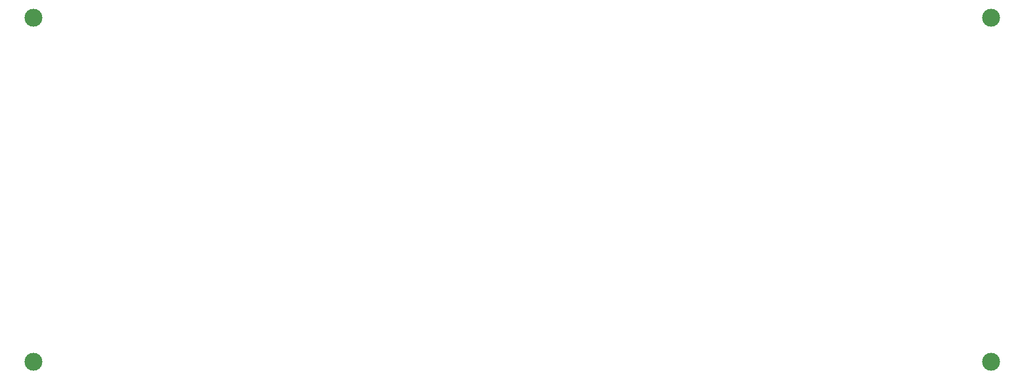
<source format=gbr>
%TF.GenerationSoftware,Altium Limited,Altium Designer,24.6.1 (21)*%
G04 Layer_Color=0*
%FSLAX45Y45*%
%MOMM*%
%TF.SameCoordinates,9A433DDD-85E4-4EE4-B99C-1E68303A8431*%
%TF.FilePolarity,Positive*%
%TF.FileFunction,NonPlated,1,2,NPTH,Drill*%
%TF.Part,Single*%
G01*
G75*
%TA.AperFunction,OtherDrill,Pad Free-4 (162.5mm,60mm)*%
%ADD41C,3.00000*%
%TA.AperFunction,OtherDrill,Pad Free-3 (2.5mm,60mm)*%
%ADD42C,3.00000*%
%TA.AperFunction,OtherDrill,Pad Free-2 (162.5mm,2.5mm)*%
%ADD43C,3.00000*%
%TA.AperFunction,OtherDrill,Pad Free-1 (2.5mm,2.5mm)*%
%ADD44C,3.00000*%
D41*
X16250002Y6000000D02*
D03*
D42*
X249998D02*
D03*
D43*
X16250002Y249999D02*
D03*
D44*
X249998D02*
D03*
%TF.MD5,557f4823d95afec1927a6ba0f5447b2f*%
M02*

</source>
